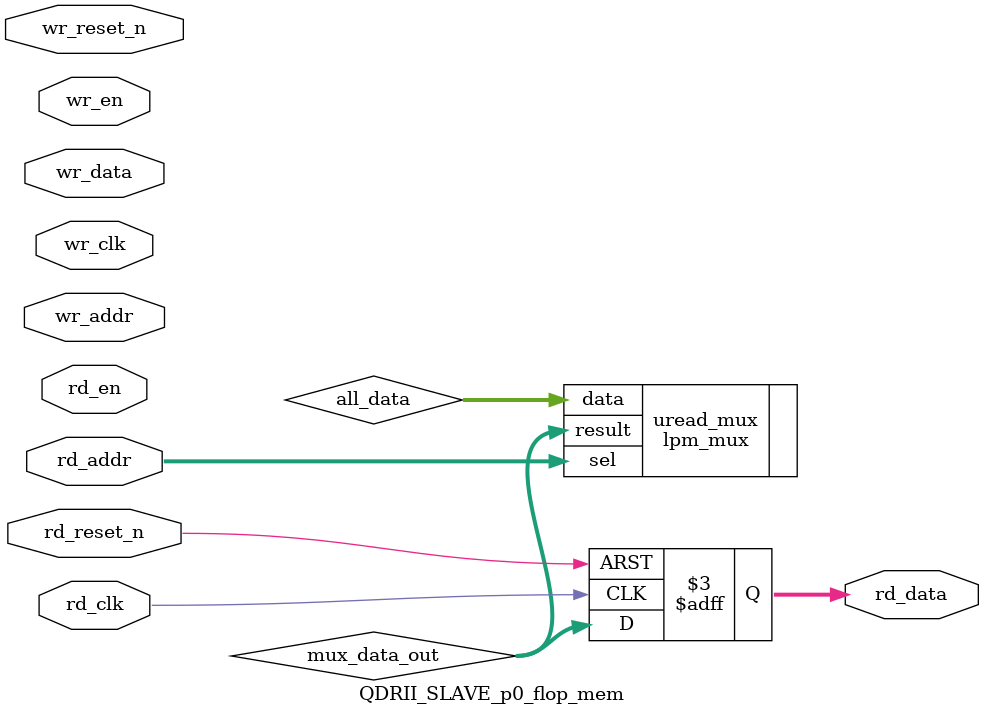
<source format=v>



`timescale 1 ps / 1 ps

(* altera_attribute = "-name ALLOW_SYNCH_CTRL_USAGE ON;-name AUTO_CLOCK_ENABLE_RECOGNITION ON" *)
module QDRII_SLAVE_p0_flop_mem(
	wr_reset_n,
	wr_clk,
	wr_en,
	wr_addr,
	wr_data,
	rd_reset_n,
	rd_clk,
	rd_en,
	rd_addr,
	rd_data
);

parameter WRITE_MEM_DEPTH	= "";
parameter WRITE_ADDR_WIDTH	= "";
parameter WRITE_DATA_WIDTH	= "";
parameter READ_MEM_DEPTH	= "";
parameter READ_ADDR_WIDTH	= "";		 
parameter READ_DATA_WIDTH	= "";


input	wr_reset_n;
input	wr_clk;
input	wr_en;
input	[WRITE_ADDR_WIDTH-1:0] wr_addr;
input	[WRITE_DATA_WIDTH-1:0] wr_data;
input	rd_reset_n;
input	rd_clk;
input	rd_en;
input	[READ_ADDR_WIDTH-1:0] rd_addr;
output	[READ_DATA_WIDTH-1:0] rd_data;



wire	[WRITE_DATA_WIDTH*WRITE_MEM_DEPTH-1:0] all_data;
wire	[READ_DATA_WIDTH-1:0] mux_data_out;



// declare a memory with WRITE_MEM_DEPTH entries
// each entry contains a data size of WRITE_DATA_WIDTH
reg	[WRITE_DATA_WIDTH-1:0] data_stored [0:WRITE_MEM_DEPTH-1] /* synthesis syn_preserve = 1 */;
reg	[READ_DATA_WIDTH-1:0] rd_data;

generate
genvar entry;
	for (entry=0; entry < WRITE_MEM_DEPTH; entry=entry+1)
	begin: mem_location
		assign all_data[(WRITE_DATA_WIDTH*(entry+1)-1) : (WRITE_DATA_WIDTH*entry)] = data_stored[entry]; 
		
		always @(posedge wr_clk or negedge wr_reset_n)
		begin
			if (~wr_reset_n) begin
				data_stored[entry] <= {WRITE_DATA_WIDTH{1'b0}};
			end else begin
				if (wr_en) begin
					if (entry == wr_addr) begin
						data_stored[entry] <= wr_data;
					end
				end
			end
		end		
	end
endgenerate

// mux to select the correct output data based on read address
lpm_mux	uread_mux(
	.sel (rd_addr),
	.data (all_data),
	.result (mux_data_out)
	// synopsys translate_off
	,
	.aclr (),
	.clken (),
	.clock ()
	// synopsys translate_on
	);
 defparam uread_mux.lpm_size = READ_MEM_DEPTH;
 defparam uread_mux.lpm_type = "LPM_MUX";
 defparam uread_mux.lpm_width = READ_DATA_WIDTH;
 defparam uread_mux.lpm_widths = READ_ADDR_WIDTH;

always @(posedge rd_clk or negedge rd_reset_n)	
begin
	if (~rd_reset_n) begin
		rd_data <= {READ_DATA_WIDTH{1'b0}};
	end else begin
		rd_data <= mux_data_out;
	end
end

endmodule

</source>
